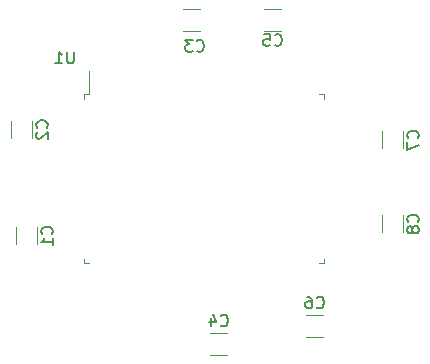
<source format=gbr>
%TF.GenerationSoftware,KiCad,Pcbnew,(7.0.0)*%
%TF.CreationDate,2023-02-18T13:29:25+00:00*%
%TF.ProjectId,testing,74657374-696e-4672-9e6b-696361645f70,rev?*%
%TF.SameCoordinates,Original*%
%TF.FileFunction,Legend,Bot*%
%TF.FilePolarity,Positive*%
%FSLAX46Y46*%
G04 Gerber Fmt 4.6, Leading zero omitted, Abs format (unit mm)*
G04 Created by KiCad (PCBNEW (7.0.0)) date 2023-02-18 13:29:25*
%MOMM*%
%LPD*%
G01*
G04 APERTURE LIST*
%ADD10C,0.150000*%
%ADD11C,0.120000*%
G04 APERTURE END LIST*
D10*
%TO.C,C8*%
X247874142Y-107783333D02*
X247921761Y-107735714D01*
X247921761Y-107735714D02*
X247969380Y-107592857D01*
X247969380Y-107592857D02*
X247969380Y-107497619D01*
X247969380Y-107497619D02*
X247921761Y-107354762D01*
X247921761Y-107354762D02*
X247826523Y-107259524D01*
X247826523Y-107259524D02*
X247731285Y-107211905D01*
X247731285Y-107211905D02*
X247540809Y-107164286D01*
X247540809Y-107164286D02*
X247397952Y-107164286D01*
X247397952Y-107164286D02*
X247207476Y-107211905D01*
X247207476Y-107211905D02*
X247112238Y-107259524D01*
X247112238Y-107259524D02*
X247017000Y-107354762D01*
X247017000Y-107354762D02*
X246969380Y-107497619D01*
X246969380Y-107497619D02*
X246969380Y-107592857D01*
X246969380Y-107592857D02*
X247017000Y-107735714D01*
X247017000Y-107735714D02*
X247064619Y-107783333D01*
X247397952Y-108354762D02*
X247350333Y-108259524D01*
X247350333Y-108259524D02*
X247302714Y-108211905D01*
X247302714Y-108211905D02*
X247207476Y-108164286D01*
X247207476Y-108164286D02*
X247159857Y-108164286D01*
X247159857Y-108164286D02*
X247064619Y-108211905D01*
X247064619Y-108211905D02*
X247017000Y-108259524D01*
X247017000Y-108259524D02*
X246969380Y-108354762D01*
X246969380Y-108354762D02*
X246969380Y-108545238D01*
X246969380Y-108545238D02*
X247017000Y-108640476D01*
X247017000Y-108640476D02*
X247064619Y-108688095D01*
X247064619Y-108688095D02*
X247159857Y-108735714D01*
X247159857Y-108735714D02*
X247207476Y-108735714D01*
X247207476Y-108735714D02*
X247302714Y-108688095D01*
X247302714Y-108688095D02*
X247350333Y-108640476D01*
X247350333Y-108640476D02*
X247397952Y-108545238D01*
X247397952Y-108545238D02*
X247397952Y-108354762D01*
X247397952Y-108354762D02*
X247445571Y-108259524D01*
X247445571Y-108259524D02*
X247493190Y-108211905D01*
X247493190Y-108211905D02*
X247588428Y-108164286D01*
X247588428Y-108164286D02*
X247778904Y-108164286D01*
X247778904Y-108164286D02*
X247874142Y-108211905D01*
X247874142Y-108211905D02*
X247921761Y-108259524D01*
X247921761Y-108259524D02*
X247969380Y-108354762D01*
X247969380Y-108354762D02*
X247969380Y-108545238D01*
X247969380Y-108545238D02*
X247921761Y-108640476D01*
X247921761Y-108640476D02*
X247874142Y-108688095D01*
X247874142Y-108688095D02*
X247778904Y-108735714D01*
X247778904Y-108735714D02*
X247588428Y-108735714D01*
X247588428Y-108735714D02*
X247493190Y-108688095D01*
X247493190Y-108688095D02*
X247445571Y-108640476D01*
X247445571Y-108640476D02*
X247397952Y-108545238D01*
%TO.C,C4*%
X231186666Y-116532142D02*
X231234285Y-116579761D01*
X231234285Y-116579761D02*
X231377142Y-116627380D01*
X231377142Y-116627380D02*
X231472380Y-116627380D01*
X231472380Y-116627380D02*
X231615237Y-116579761D01*
X231615237Y-116579761D02*
X231710475Y-116484523D01*
X231710475Y-116484523D02*
X231758094Y-116389285D01*
X231758094Y-116389285D02*
X231805713Y-116198809D01*
X231805713Y-116198809D02*
X231805713Y-116055952D01*
X231805713Y-116055952D02*
X231758094Y-115865476D01*
X231758094Y-115865476D02*
X231710475Y-115770238D01*
X231710475Y-115770238D02*
X231615237Y-115675000D01*
X231615237Y-115675000D02*
X231472380Y-115627380D01*
X231472380Y-115627380D02*
X231377142Y-115627380D01*
X231377142Y-115627380D02*
X231234285Y-115675000D01*
X231234285Y-115675000D02*
X231186666Y-115722619D01*
X230329523Y-115960714D02*
X230329523Y-116627380D01*
X230567618Y-115579761D02*
X230805713Y-116294047D01*
X230805713Y-116294047D02*
X230186666Y-116294047D01*
%TO.C,C1*%
X216886142Y-108799333D02*
X216933761Y-108751714D01*
X216933761Y-108751714D02*
X216981380Y-108608857D01*
X216981380Y-108608857D02*
X216981380Y-108513619D01*
X216981380Y-108513619D02*
X216933761Y-108370762D01*
X216933761Y-108370762D02*
X216838523Y-108275524D01*
X216838523Y-108275524D02*
X216743285Y-108227905D01*
X216743285Y-108227905D02*
X216552809Y-108180286D01*
X216552809Y-108180286D02*
X216409952Y-108180286D01*
X216409952Y-108180286D02*
X216219476Y-108227905D01*
X216219476Y-108227905D02*
X216124238Y-108275524D01*
X216124238Y-108275524D02*
X216029000Y-108370762D01*
X216029000Y-108370762D02*
X215981380Y-108513619D01*
X215981380Y-108513619D02*
X215981380Y-108608857D01*
X215981380Y-108608857D02*
X216029000Y-108751714D01*
X216029000Y-108751714D02*
X216076619Y-108799333D01*
X216981380Y-109751714D02*
X216981380Y-109180286D01*
X216981380Y-109466000D02*
X215981380Y-109466000D01*
X215981380Y-109466000D02*
X216124238Y-109370762D01*
X216124238Y-109370762D02*
X216219476Y-109275524D01*
X216219476Y-109275524D02*
X216267095Y-109180286D01*
%TO.C,U1*%
X218751904Y-93367380D02*
X218751904Y-94176904D01*
X218751904Y-94176904D02*
X218704285Y-94272142D01*
X218704285Y-94272142D02*
X218656666Y-94319761D01*
X218656666Y-94319761D02*
X218561428Y-94367380D01*
X218561428Y-94367380D02*
X218370952Y-94367380D01*
X218370952Y-94367380D02*
X218275714Y-94319761D01*
X218275714Y-94319761D02*
X218228095Y-94272142D01*
X218228095Y-94272142D02*
X218180476Y-94176904D01*
X218180476Y-94176904D02*
X218180476Y-93367380D01*
X217180476Y-94367380D02*
X217751904Y-94367380D01*
X217466190Y-94367380D02*
X217466190Y-93367380D01*
X217466190Y-93367380D02*
X217561428Y-93510238D01*
X217561428Y-93510238D02*
X217656666Y-93605476D01*
X217656666Y-93605476D02*
X217751904Y-93653095D01*
%TO.C,C6*%
X239314666Y-115008142D02*
X239362285Y-115055761D01*
X239362285Y-115055761D02*
X239505142Y-115103380D01*
X239505142Y-115103380D02*
X239600380Y-115103380D01*
X239600380Y-115103380D02*
X239743237Y-115055761D01*
X239743237Y-115055761D02*
X239838475Y-114960523D01*
X239838475Y-114960523D02*
X239886094Y-114865285D01*
X239886094Y-114865285D02*
X239933713Y-114674809D01*
X239933713Y-114674809D02*
X239933713Y-114531952D01*
X239933713Y-114531952D02*
X239886094Y-114341476D01*
X239886094Y-114341476D02*
X239838475Y-114246238D01*
X239838475Y-114246238D02*
X239743237Y-114151000D01*
X239743237Y-114151000D02*
X239600380Y-114103380D01*
X239600380Y-114103380D02*
X239505142Y-114103380D01*
X239505142Y-114103380D02*
X239362285Y-114151000D01*
X239362285Y-114151000D02*
X239314666Y-114198619D01*
X238457523Y-114103380D02*
X238647999Y-114103380D01*
X238647999Y-114103380D02*
X238743237Y-114151000D01*
X238743237Y-114151000D02*
X238790856Y-114198619D01*
X238790856Y-114198619D02*
X238886094Y-114341476D01*
X238886094Y-114341476D02*
X238933713Y-114531952D01*
X238933713Y-114531952D02*
X238933713Y-114912904D01*
X238933713Y-114912904D02*
X238886094Y-115008142D01*
X238886094Y-115008142D02*
X238838475Y-115055761D01*
X238838475Y-115055761D02*
X238743237Y-115103380D01*
X238743237Y-115103380D02*
X238552761Y-115103380D01*
X238552761Y-115103380D02*
X238457523Y-115055761D01*
X238457523Y-115055761D02*
X238409904Y-115008142D01*
X238409904Y-115008142D02*
X238362285Y-114912904D01*
X238362285Y-114912904D02*
X238362285Y-114674809D01*
X238362285Y-114674809D02*
X238409904Y-114579571D01*
X238409904Y-114579571D02*
X238457523Y-114531952D01*
X238457523Y-114531952D02*
X238552761Y-114484333D01*
X238552761Y-114484333D02*
X238743237Y-114484333D01*
X238743237Y-114484333D02*
X238838475Y-114531952D01*
X238838475Y-114531952D02*
X238886094Y-114579571D01*
X238886094Y-114579571D02*
X238933713Y-114674809D01*
%TO.C,C2*%
X216464529Y-99809599D02*
X216512148Y-99761980D01*
X216512148Y-99761980D02*
X216559767Y-99619123D01*
X216559767Y-99619123D02*
X216559767Y-99523885D01*
X216559767Y-99523885D02*
X216512148Y-99381028D01*
X216512148Y-99381028D02*
X216416910Y-99285790D01*
X216416910Y-99285790D02*
X216321672Y-99238171D01*
X216321672Y-99238171D02*
X216131196Y-99190552D01*
X216131196Y-99190552D02*
X215988339Y-99190552D01*
X215988339Y-99190552D02*
X215797863Y-99238171D01*
X215797863Y-99238171D02*
X215702625Y-99285790D01*
X215702625Y-99285790D02*
X215607387Y-99381028D01*
X215607387Y-99381028D02*
X215559767Y-99523885D01*
X215559767Y-99523885D02*
X215559767Y-99619123D01*
X215559767Y-99619123D02*
X215607387Y-99761980D01*
X215607387Y-99761980D02*
X215655006Y-99809599D01*
X215655006Y-100190552D02*
X215607387Y-100238171D01*
X215607387Y-100238171D02*
X215559767Y-100333409D01*
X215559767Y-100333409D02*
X215559767Y-100571504D01*
X215559767Y-100571504D02*
X215607387Y-100666742D01*
X215607387Y-100666742D02*
X215655006Y-100714361D01*
X215655006Y-100714361D02*
X215750244Y-100761980D01*
X215750244Y-100761980D02*
X215845482Y-100761980D01*
X215845482Y-100761980D02*
X215988339Y-100714361D01*
X215988339Y-100714361D02*
X216559767Y-100142933D01*
X216559767Y-100142933D02*
X216559767Y-100761980D01*
%TO.C,C7*%
X247874142Y-100671333D02*
X247921761Y-100623714D01*
X247921761Y-100623714D02*
X247969380Y-100480857D01*
X247969380Y-100480857D02*
X247969380Y-100385619D01*
X247969380Y-100385619D02*
X247921761Y-100242762D01*
X247921761Y-100242762D02*
X247826523Y-100147524D01*
X247826523Y-100147524D02*
X247731285Y-100099905D01*
X247731285Y-100099905D02*
X247540809Y-100052286D01*
X247540809Y-100052286D02*
X247397952Y-100052286D01*
X247397952Y-100052286D02*
X247207476Y-100099905D01*
X247207476Y-100099905D02*
X247112238Y-100147524D01*
X247112238Y-100147524D02*
X247017000Y-100242762D01*
X247017000Y-100242762D02*
X246969380Y-100385619D01*
X246969380Y-100385619D02*
X246969380Y-100480857D01*
X246969380Y-100480857D02*
X247017000Y-100623714D01*
X247017000Y-100623714D02*
X247064619Y-100671333D01*
X246969380Y-101004667D02*
X246969380Y-101671333D01*
X246969380Y-101671333D02*
X247969380Y-101242762D01*
%TO.C,C3*%
X229156666Y-93272142D02*
X229204285Y-93319761D01*
X229204285Y-93319761D02*
X229347142Y-93367380D01*
X229347142Y-93367380D02*
X229442380Y-93367380D01*
X229442380Y-93367380D02*
X229585237Y-93319761D01*
X229585237Y-93319761D02*
X229680475Y-93224523D01*
X229680475Y-93224523D02*
X229728094Y-93129285D01*
X229728094Y-93129285D02*
X229775713Y-92938809D01*
X229775713Y-92938809D02*
X229775713Y-92795952D01*
X229775713Y-92795952D02*
X229728094Y-92605476D01*
X229728094Y-92605476D02*
X229680475Y-92510238D01*
X229680475Y-92510238D02*
X229585237Y-92415000D01*
X229585237Y-92415000D02*
X229442380Y-92367380D01*
X229442380Y-92367380D02*
X229347142Y-92367380D01*
X229347142Y-92367380D02*
X229204285Y-92415000D01*
X229204285Y-92415000D02*
X229156666Y-92462619D01*
X228823332Y-92367380D02*
X228204285Y-92367380D01*
X228204285Y-92367380D02*
X228537618Y-92748333D01*
X228537618Y-92748333D02*
X228394761Y-92748333D01*
X228394761Y-92748333D02*
X228299523Y-92795952D01*
X228299523Y-92795952D02*
X228251904Y-92843571D01*
X228251904Y-92843571D02*
X228204285Y-92938809D01*
X228204285Y-92938809D02*
X228204285Y-93176904D01*
X228204285Y-93176904D02*
X228251904Y-93272142D01*
X228251904Y-93272142D02*
X228299523Y-93319761D01*
X228299523Y-93319761D02*
X228394761Y-93367380D01*
X228394761Y-93367380D02*
X228680475Y-93367380D01*
X228680475Y-93367380D02*
X228775713Y-93319761D01*
X228775713Y-93319761D02*
X228823332Y-93272142D01*
%TO.C,C5*%
X235758666Y-92800142D02*
X235806285Y-92847761D01*
X235806285Y-92847761D02*
X235949142Y-92895380D01*
X235949142Y-92895380D02*
X236044380Y-92895380D01*
X236044380Y-92895380D02*
X236187237Y-92847761D01*
X236187237Y-92847761D02*
X236282475Y-92752523D01*
X236282475Y-92752523D02*
X236330094Y-92657285D01*
X236330094Y-92657285D02*
X236377713Y-92466809D01*
X236377713Y-92466809D02*
X236377713Y-92323952D01*
X236377713Y-92323952D02*
X236330094Y-92133476D01*
X236330094Y-92133476D02*
X236282475Y-92038238D01*
X236282475Y-92038238D02*
X236187237Y-91943000D01*
X236187237Y-91943000D02*
X236044380Y-91895380D01*
X236044380Y-91895380D02*
X235949142Y-91895380D01*
X235949142Y-91895380D02*
X235806285Y-91943000D01*
X235806285Y-91943000D02*
X235758666Y-91990619D01*
X234853904Y-91895380D02*
X235330094Y-91895380D01*
X235330094Y-91895380D02*
X235377713Y-92371571D01*
X235377713Y-92371571D02*
X235330094Y-92323952D01*
X235330094Y-92323952D02*
X235234856Y-92276333D01*
X235234856Y-92276333D02*
X234996761Y-92276333D01*
X234996761Y-92276333D02*
X234901523Y-92323952D01*
X234901523Y-92323952D02*
X234853904Y-92371571D01*
X234853904Y-92371571D02*
X234806285Y-92466809D01*
X234806285Y-92466809D02*
X234806285Y-92704904D01*
X234806285Y-92704904D02*
X234853904Y-92800142D01*
X234853904Y-92800142D02*
X234901523Y-92847761D01*
X234901523Y-92847761D02*
X234996761Y-92895380D01*
X234996761Y-92895380D02*
X235234856Y-92895380D01*
X235234856Y-92895380D02*
X235330094Y-92847761D01*
X235330094Y-92847761D02*
X235377713Y-92800142D01*
D11*
%TO.C,C8*%
X244842000Y-108661252D02*
X244842000Y-107238748D01*
X246662000Y-108661252D02*
X246662000Y-107238748D01*
%TO.C,C4*%
X231731252Y-119020000D02*
X230308748Y-119020000D01*
X231731252Y-117200000D02*
X230308748Y-117200000D01*
%TO.C,C1*%
X213854000Y-109677252D02*
X213854000Y-108254748D01*
X215674000Y-109677252D02*
X215674000Y-108254748D01*
%TO.C,U1*%
X239900000Y-96990000D02*
X239500000Y-96990000D01*
X220000000Y-96990000D02*
X220000000Y-95040001D01*
X219600000Y-96990000D02*
X220000000Y-96990000D01*
X239900000Y-97390000D02*
X239900000Y-96990000D01*
X219600000Y-97390000D02*
X219600000Y-96990000D01*
X239900000Y-110890000D02*
X239900000Y-111290000D01*
X219600000Y-110890000D02*
X219600000Y-111290000D01*
X239900000Y-111290000D02*
X239500000Y-111290000D01*
X219600000Y-111290000D02*
X220000000Y-111290000D01*
%TO.C,C6*%
X239859252Y-117496000D02*
X238436748Y-117496000D01*
X239859252Y-115676000D02*
X238436748Y-115676000D01*
%TO.C,C2*%
X213432387Y-100687518D02*
X213432387Y-99265014D01*
X215252387Y-100687518D02*
X215252387Y-99265014D01*
%TO.C,C7*%
X244842000Y-101549252D02*
X244842000Y-100126748D01*
X246662000Y-101549252D02*
X246662000Y-100126748D01*
%TO.C,C3*%
X229445252Y-91588000D02*
X228022748Y-91588000D01*
X229445252Y-89768000D02*
X228022748Y-89768000D01*
%TO.C,C5*%
X234880748Y-89768000D02*
X236303252Y-89768000D01*
X234880748Y-91588000D02*
X236303252Y-91588000D01*
%TD*%
M02*

</source>
